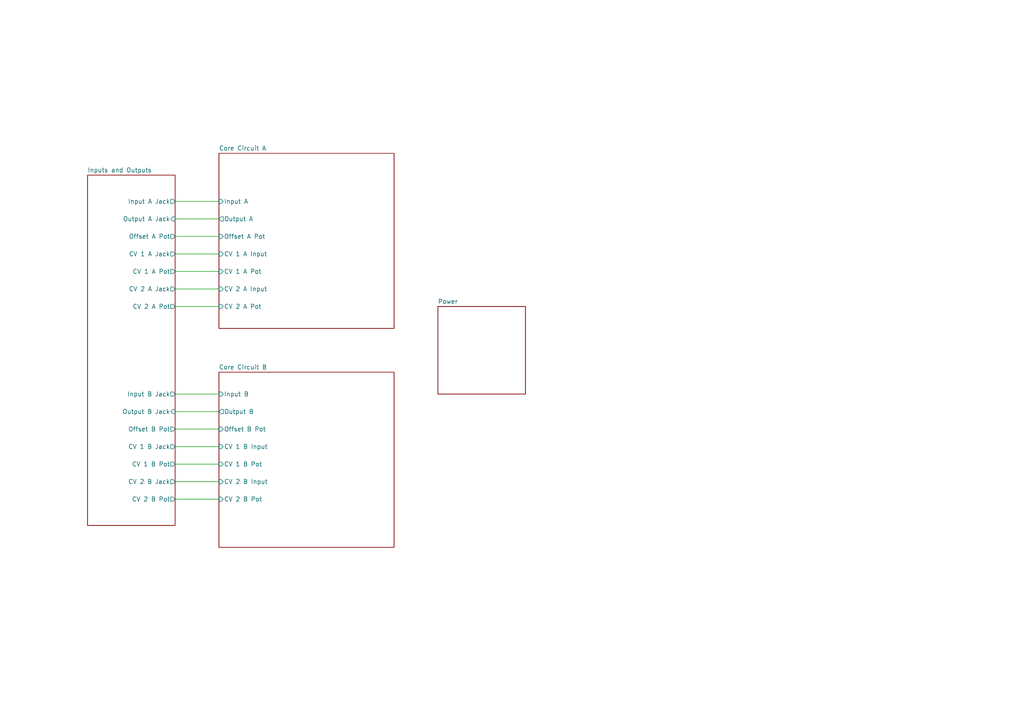
<source format=kicad_sch>
(kicad_sch
	(version 20231120)
	(generator "eeschema")
	(generator_version "8.0")
	(uuid "58f4306d-5387-4983-bb08-41a2313fd315")
	(paper "A4")
	(title_block
		(rev "1")
		(company "DMH Instruments")
		(comment 1 "PCB for 5 cm Kosmo format synthesizer module")
	)
	(lib_symbols)
	(wire
		(pts
			(xy 50.8 139.7) (xy 63.5 139.7)
		)
		(stroke
			(width 0)
			(type default)
		)
		(uuid "0b435a09-f8f3-43e9-86f7-b34f99771b2f")
	)
	(wire
		(pts
			(xy 50.8 134.62) (xy 63.5 134.62)
		)
		(stroke
			(width 0)
			(type default)
		)
		(uuid "0ba9c8d3-6a4d-4dcd-be78-649b2efeef64")
	)
	(wire
		(pts
			(xy 50.8 63.5) (xy 63.5 63.5)
		)
		(stroke
			(width 0)
			(type default)
		)
		(uuid "15bfaebd-f0b4-4d2c-b8e0-056ced5a13cb")
	)
	(wire
		(pts
			(xy 50.8 144.78) (xy 63.5 144.78)
		)
		(stroke
			(width 0)
			(type default)
		)
		(uuid "1aef010f-d43d-4e35-b562-04efe12bbbe3")
	)
	(wire
		(pts
			(xy 50.8 124.46) (xy 63.5 124.46)
		)
		(stroke
			(width 0)
			(type default)
		)
		(uuid "2f7892b5-c869-4cdb-86ed-1a3c723a6826")
	)
	(wire
		(pts
			(xy 50.8 68.58) (xy 63.5 68.58)
		)
		(stroke
			(width 0)
			(type default)
		)
		(uuid "3491dfa6-ff1d-47ef-828c-9ad85a9beb30")
	)
	(wire
		(pts
			(xy 50.8 88.9) (xy 63.5 88.9)
		)
		(stroke
			(width 0)
			(type default)
		)
		(uuid "3f80389b-bfff-442c-9bc6-ecbf9de9dbf0")
	)
	(wire
		(pts
			(xy 50.8 129.54) (xy 63.5 129.54)
		)
		(stroke
			(width 0)
			(type default)
		)
		(uuid "8811e99f-2636-40f5-8aaa-5b2d5744fb29")
	)
	(wire
		(pts
			(xy 50.8 114.3) (xy 63.5 114.3)
		)
		(stroke
			(width 0)
			(type default)
		)
		(uuid "8db5c9be-e5f8-4b5e-aaa4-56a646aafade")
	)
	(wire
		(pts
			(xy 50.8 78.74) (xy 63.5 78.74)
		)
		(stroke
			(width 0)
			(type default)
		)
		(uuid "9c7196d4-d95e-49c3-854a-7536ea6043bc")
	)
	(wire
		(pts
			(xy 50.8 119.38) (xy 63.5 119.38)
		)
		(stroke
			(width 0)
			(type default)
		)
		(uuid "c696d3fa-bfc7-4641-9ed2-b5eda3d62d81")
	)
	(wire
		(pts
			(xy 50.8 58.42) (xy 63.5 58.42)
		)
		(stroke
			(width 0)
			(type default)
		)
		(uuid "cc81f8e7-5dbf-4128-9df2-6265282a141c")
	)
	(wire
		(pts
			(xy 50.8 73.66) (xy 63.5 73.66)
		)
		(stroke
			(width 0)
			(type default)
		)
		(uuid "d11689bd-81fd-4bda-9288-5562cdf98610")
	)
	(wire
		(pts
			(xy 50.8 83.82) (xy 63.5 83.82)
		)
		(stroke
			(width 0)
			(type default)
		)
		(uuid "e3b346f3-6b32-4f9f-a5b6-8a2b8c3d7726")
	)
	(sheet
		(at 127 88.9)
		(size 25.4 25.4)
		(fields_autoplaced yes)
		(stroke
			(width 0.1524)
			(type solid)
		)
		(fill
			(color 0 0 0 0.0000)
		)
		(uuid "0cdf34b2-39cd-4d9e-981a-97cd34791509")
		(property "Sheetname" "Power"
			(at 127 88.1884 0)
			(effects
				(font
					(size 1.27 1.27)
				)
				(justify left bottom)
			)
		)
		(property "Sheetfile" "Power.kicad_sch"
			(at 127 114.8846 0)
			(effects
				(font
					(size 1.27 1.27)
				)
				(justify left top)
				(hide yes)
			)
		)
		(instances
			(project "DMH_Transistor_VCA_PCB"
				(path "/58f4306d-5387-4983-bb08-41a2313fd315"
					(page "4")
				)
			)
		)
	)
	(sheet
		(at 63.5 107.95)
		(size 50.8 50.8)
		(fields_autoplaced yes)
		(stroke
			(width 0.1524)
			(type solid)
		)
		(fill
			(color 0 0 0 0.0000)
		)
		(uuid "7915b580-c9b0-4472-ab9c-d9fb99b1a92f")
		(property "Sheetname" "Core Circuit B"
			(at 63.5 107.2384 0)
			(effects
				(font
					(size 1.27 1.27)
				)
				(justify left bottom)
			)
		)
		(property "Sheetfile" "Core_Circuit_B.kicad_sch"
			(at 63.5 159.3346 0)
			(effects
				(font
					(size 1.27 1.27)
				)
				(justify left top)
				(hide yes)
			)
		)
		(pin "CV 1 B Input" input
			(at 63.5 129.54 180)
			(effects
				(font
					(size 1.27 1.27)
				)
				(justify left)
			)
			(uuid "6cac8ff8-7705-4901-b56d-ee3e53572ebe")
		)
		(pin "CV 2 B Input" input
			(at 63.5 139.7 180)
			(effects
				(font
					(size 1.27 1.27)
				)
				(justify left)
			)
			(uuid "6f76309e-63f3-418a-a1b7-909e22303cf2")
		)
		(pin "Input B" input
			(at 63.5 114.3 180)
			(effects
				(font
					(size 1.27 1.27)
				)
				(justify left)
			)
			(uuid "2f59276e-9d62-4848-8a97-d032a9319958")
		)
		(pin "Output B" output
			(at 63.5 119.38 180)
			(effects
				(font
					(size 1.27 1.27)
				)
				(justify left)
			)
			(uuid "2dec7a26-5e38-4644-bb5e-87b15fedeb3c")
		)
		(pin "CV 1 B Pot" input
			(at 63.5 134.62 180)
			(effects
				(font
					(size 1.27 1.27)
				)
				(justify left)
			)
			(uuid "39ecad29-b510-4810-836c-d8dadb822d52")
		)
		(pin "CV 2 B Pot" input
			(at 63.5 144.78 180)
			(effects
				(font
					(size 1.27 1.27)
				)
				(justify left)
			)
			(uuid "b8a2790d-2bc5-48df-a0f7-fb307d324973")
		)
		(pin "Offset B Pot" input
			(at 63.5 124.46 180)
			(effects
				(font
					(size 1.27 1.27)
				)
				(justify left)
			)
			(uuid "05516ebd-e985-4cb8-8f34-985864f2ed91")
		)
		(instances
			(project "DMH_Transistor_VCA_PCB"
				(path "/58f4306d-5387-4983-bb08-41a2313fd315"
					(page "5")
				)
			)
		)
	)
	(sheet
		(at 63.5 44.45)
		(size 50.8 50.8)
		(fields_autoplaced yes)
		(stroke
			(width 0.1524)
			(type solid)
		)
		(fill
			(color 0 0 0 0.0000)
		)
		(uuid "7ad2d702-dfb7-4d49-a82d-34430dd5948f")
		(property "Sheetname" "Core Circuit A"
			(at 63.5 43.7384 0)
			(effects
				(font
					(size 1.27 1.27)
				)
				(justify left bottom)
			)
		)
		(property "Sheetfile" "Core_Circuit_A.kicad_sch"
			(at 63.5 95.8346 0)
			(effects
				(font
					(size 1.27 1.27)
				)
				(justify left top)
				(hide yes)
			)
		)
		(pin "CV 1 A Input" input
			(at 63.5 73.66 180)
			(effects
				(font
					(size 1.27 1.27)
				)
				(justify left)
			)
			(uuid "89ec80bc-ac70-4ecd-84d6-8e74e7942551")
		)
		(pin "CV 2 A Input" input
			(at 63.5 83.82 180)
			(effects
				(font
					(size 1.27 1.27)
				)
				(justify left)
			)
			(uuid "86a5c6bb-bfe1-4212-9ea8-00217a2af005")
		)
		(pin "Input A" input
			(at 63.5 58.42 180)
			(effects
				(font
					(size 1.27 1.27)
				)
				(justify left)
			)
			(uuid "84f10de8-87eb-4579-91b9-925fbcf030fa")
		)
		(pin "Output A" output
			(at 63.5 63.5 180)
			(effects
				(font
					(size 1.27 1.27)
				)
				(justify left)
			)
			(uuid "33089191-6823-4a8c-9c8f-1f3781aa5eff")
		)
		(pin "CV 1 A Pot" input
			(at 63.5 78.74 180)
			(effects
				(font
					(size 1.27 1.27)
				)
				(justify left)
			)
			(uuid "94020e44-e5b5-40c2-9b15-3533fd7e7559")
		)
		(pin "CV 2 A Pot" input
			(at 63.5 88.9 180)
			(effects
				(font
					(size 1.27 1.27)
				)
				(justify left)
			)
			(uuid "17057fc2-48ee-4be0-8441-40fdd59b7e6b")
		)
		(pin "Offset A Pot" input
			(at 63.5 68.58 180)
			(effects
				(font
					(size 1.27 1.27)
				)
				(justify left)
			)
			(uuid "64bd53a8-97be-42b3-a1ff-ae1991314518")
		)
		(instances
			(project "DMH_Transistor_VCA_PCB"
				(path "/58f4306d-5387-4983-bb08-41a2313fd315"
					(page "3")
				)
			)
		)
	)
	(sheet
		(at 25.4 50.8)
		(size 25.4 101.6)
		(fields_autoplaced yes)
		(stroke
			(width 0.1524)
			(type solid)
		)
		(fill
			(color 0 0 0 0.0000)
		)
		(uuid "ce3fef8b-9f1d-4178-b50b-4a046c030679")
		(property "Sheetname" "Inputs and Outputs"
			(at 25.4 50.0884 0)
			(effects
				(font
					(size 1.27 1.27)
				)
				(justify left bottom)
			)
		)
		(property "Sheetfile" "Inputs_and_Outputs.kicad_sch"
			(at 25.4 152.9846 0)
			(effects
				(font
					(size 1.27 1.27)
				)
				(justify left top)
				(hide yes)
			)
		)
		(pin "CV 2 A Jack" output
			(at 50.8 83.82 0)
			(effects
				(font
					(size 1.27 1.27)
				)
				(justify right)
			)
			(uuid "0876cba7-f5cc-475c-ab22-ceae04ecc34b")
		)
		(pin "CV 1 A Jack" output
			(at 50.8 73.66 0)
			(effects
				(font
					(size 1.27 1.27)
				)
				(justify right)
			)
			(uuid "7fb6e4db-af9a-4676-b84c-b579f03ead3c")
		)
		(pin "CV 2 A Pot" output
			(at 50.8 88.9 0)
			(effects
				(font
					(size 1.27 1.27)
				)
				(justify right)
			)
			(uuid "36af97bd-604d-42f6-a3f1-07e91d753459")
		)
		(pin "CV 1 A Pot" output
			(at 50.8 78.74 0)
			(effects
				(font
					(size 1.27 1.27)
				)
				(justify right)
			)
			(uuid "cbae3b18-b480-4ac1-b949-d4ea23dd4b8b")
		)
		(pin "Input B Jack" output
			(at 50.8 114.3 0)
			(effects
				(font
					(size 1.27 1.27)
				)
				(justify right)
			)
			(uuid "d6501641-ec55-465c-893b-68fd23147e67")
		)
		(pin "Output B Jack" input
			(at 50.8 119.38 0)
			(effects
				(font
					(size 1.27 1.27)
				)
				(justify right)
			)
			(uuid "68ea9cbf-ef7a-46f3-8221-b78877bb776e")
		)
		(pin "Output A Jack" input
			(at 50.8 63.5 0)
			(effects
				(font
					(size 1.27 1.27)
				)
				(justify right)
			)
			(uuid "f7594608-d5fc-41b1-8d8b-cf78766579d3")
		)
		(pin "Input A Jack" output
			(at 50.8 58.42 0)
			(effects
				(font
					(size 1.27 1.27)
				)
				(justify right)
			)
			(uuid "d39c7558-17c9-40ea-8156-06055b5768fe")
		)
		(pin "CV 1 B Jack" output
			(at 50.8 129.54 0)
			(effects
				(font
					(size 1.27 1.27)
				)
				(justify right)
			)
			(uuid "74dddd83-c036-43e7-9cac-2a1c249e18fe")
		)
		(pin "CV 2 B Jack" output
			(at 50.8 139.7 0)
			(effects
				(font
					(size 1.27 1.27)
				)
				(justify right)
			)
			(uuid "0d69908c-1a5d-4f43-ae65-0cf6dfcc81fa")
		)
		(pin "CV 1 B Pot" output
			(at 50.8 134.62 0)
			(effects
				(font
					(size 1.27 1.27)
				)
				(justify right)
			)
			(uuid "7f57366f-1abc-4ab5-ac18-1cd5b7f470b1")
		)
		(pin "CV 2 B Pot" output
			(at 50.8 144.78 0)
			(effects
				(font
					(size 1.27 1.27)
				)
				(justify right)
			)
			(uuid "8c6e1705-a94c-4ea0-9123-ae4e567f4e85")
		)
		(pin "Offset B Pot" output
			(at 50.8 124.46 0)
			(effects
				(font
					(size 1.27 1.27)
				)
				(justify right)
			)
			(uuid "25294123-79ce-4328-9ac0-6b6dec4ddfbc")
		)
		(pin "Offset A Pot" output
			(at 50.8 68.58 0)
			(effects
				(font
					(size 1.27 1.27)
				)
				(justify right)
			)
			(uuid "b1072b35-f793-44bc-9b81-f3d6cee013ce")
		)
		(instances
			(project "DMH_Transistor_VCA_PCB"
				(path "/58f4306d-5387-4983-bb08-41a2313fd315"
					(page "2")
				)
			)
		)
	)
	(sheet_instances
		(path "/"
			(page "1")
		)
	)
)

</source>
